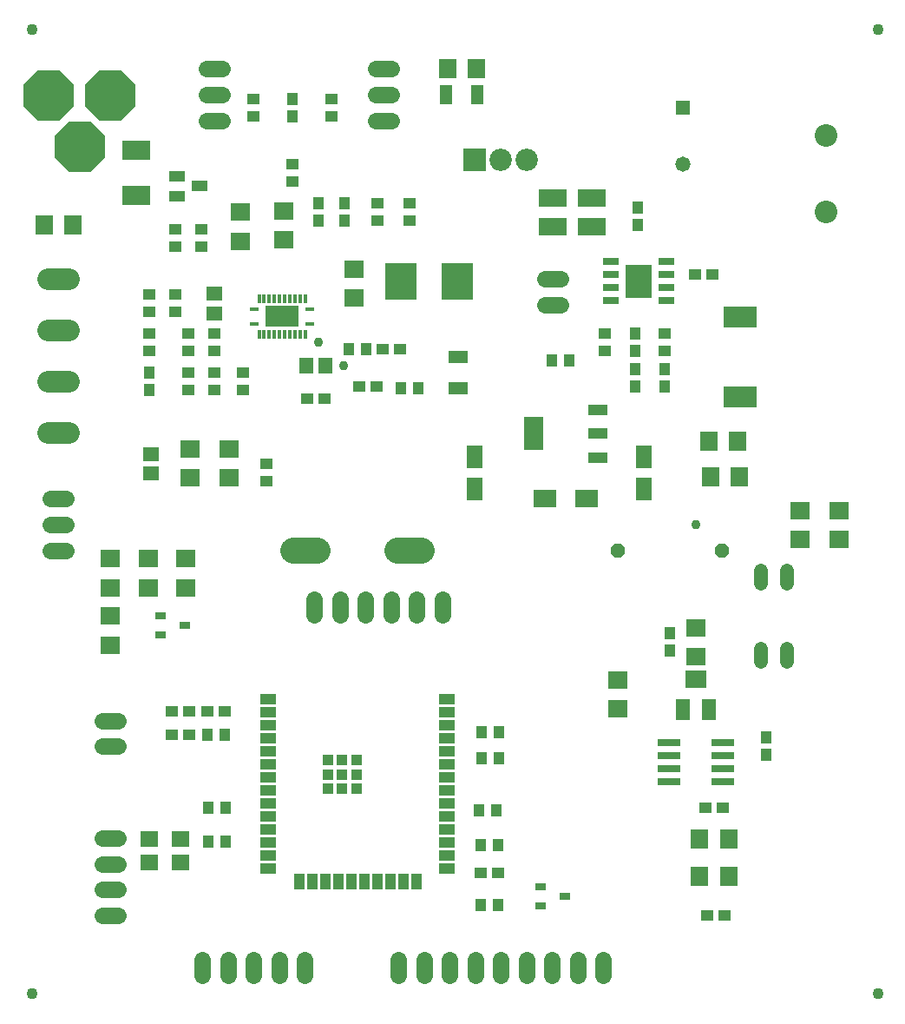
<source format=gbr>
G04 EAGLE Gerber RS-274X export*
G75*
%MOMM*%
%FSLAX34Y34*%
%LPD*%
%INSoldermask Top*%
%IPPOS*%
%AMOC8*
5,1,8,0,0,1.08239X$1,22.5*%
G01*
%ADD10C,1.101600*%
%ADD11C,1.320800*%
%ADD12R,2.301600X0.701600*%
%ADD13C,1.625600*%
%ADD14R,1.601600X1.001600*%
%ADD15R,1.001600X1.601600*%
%ADD16R,1.001600X1.001600*%
%ADD17R,1.101600X1.201600*%
%ADD18R,1.201600X1.101600*%
%ADD19R,0.951600X0.381600*%
%ADD20R,0.381600X0.951600*%
%ADD21R,3.201600X2.151600*%
%ADD22P,5.333585X8X112.500000*%
%ADD23R,2.801600X1.901600*%
%ADD24R,1.904600X1.701600*%
%ADD25R,1.901600X1.701600*%
%ADD26R,1.701600X1.901600*%
%ADD27R,1.501600X1.101600*%
%ADD28R,1.601600X1.401600*%
%ADD29R,3.051600X3.601600*%
%ADD30R,1.401600X1.601600*%
%ADD31P,1.429621X8X22.500000*%
%ADD32R,1.701600X1.904600*%
%ADD33C,2.501900*%
%ADD34C,2.201600*%
%ADD35R,1.473200X1.473200*%
%ADD36C,1.473200*%
%ADD37R,1.701600X1.501600*%
%ADD38R,2.801600X1.701600*%
%ADD39R,1.851600X1.051600*%
%ADD40R,1.851600X3.301600*%
%ADD41R,2.301600X1.651600*%
%ADD42R,1.501600X2.301600*%
%ADD43R,1.101600X0.801600*%
%ADD44R,2.186600X2.186600*%
%ADD45C,2.186600*%
%ADD46R,1.951600X1.301600*%
%ADD47R,1.301600X1.951600*%
%ADD48C,2.082800*%
%ADD49R,1.626600X0.751600*%
%ADD50R,2.501600X3.201600*%
%ADD51R,3.301600X2.101600*%
%ADD52R,1.401600X2.101600*%
%ADD53R,2.101600X1.701600*%
%ADD54C,0.926600*%


D10*
X12700Y990600D03*
X838200Y990600D03*
X838200Y50800D03*
X12700Y50800D03*
D11*
X749300Y451104D02*
X749300Y463296D01*
X749300Y387096D02*
X749300Y374904D01*
X723900Y374904D02*
X723900Y387096D01*
X723900Y451104D02*
X723900Y463296D01*
D12*
X634400Y283210D03*
X686400Y283210D03*
X634400Y295910D03*
X634400Y270510D03*
X634400Y257810D03*
X686400Y295910D03*
X686400Y270510D03*
X686400Y257810D03*
D13*
X45720Y482600D02*
X30480Y482600D01*
X30480Y508000D02*
X45720Y508000D01*
X45720Y533400D02*
X30480Y533400D01*
D14*
X242700Y338100D03*
X242700Y325400D03*
X242700Y312700D03*
X242700Y300000D03*
X242700Y287300D03*
X242700Y274600D03*
X242700Y261900D03*
X242700Y249200D03*
X242700Y236500D03*
X242700Y223800D03*
X242700Y211100D03*
X242700Y198400D03*
X242700Y185700D03*
X242700Y173000D03*
D15*
X273050Y160500D03*
X285750Y160500D03*
X298450Y160500D03*
X311150Y160500D03*
X323850Y160500D03*
X336550Y160500D03*
X349250Y160500D03*
X361950Y160500D03*
X374650Y160500D03*
X387350Y160500D03*
D14*
X417700Y173000D03*
X417700Y185700D03*
X417700Y198400D03*
X417700Y211100D03*
X417700Y223800D03*
X417700Y236500D03*
X417700Y249200D03*
X417700Y261900D03*
X417700Y274600D03*
X417700Y287300D03*
X417700Y300000D03*
X417700Y312700D03*
X417700Y325400D03*
X417700Y338100D03*
D16*
X315200Y264700D03*
X301200Y264700D03*
X329200Y264700D03*
X301200Y250700D03*
X315200Y250700D03*
X329200Y250700D03*
X329200Y278700D03*
X315200Y278700D03*
X301200Y278700D03*
D17*
X449970Y195580D03*
X466970Y195580D03*
X183270Y303530D03*
X200270Y303530D03*
D18*
X449970Y168910D03*
X466970Y168910D03*
X165980Y303530D03*
X148980Y303530D03*
X183270Y326390D03*
X200270Y326390D03*
X148980Y326390D03*
X165980Y326390D03*
D19*
X283790Y718700D03*
D20*
X279040Y728450D03*
X274040Y728450D03*
X269040Y728450D03*
X264040Y728450D03*
X259040Y728450D03*
X254040Y728450D03*
X249040Y728450D03*
X244040Y728450D03*
X239040Y728450D03*
X234040Y728450D03*
D19*
X229290Y718700D03*
X229290Y703700D03*
D20*
X234040Y693950D03*
X239040Y693950D03*
X244040Y693950D03*
X249040Y693950D03*
X254040Y693950D03*
X259040Y693950D03*
X264040Y693950D03*
X269040Y693950D03*
X274040Y693950D03*
X279040Y693950D03*
D19*
X283790Y703700D03*
D21*
X256540Y711200D03*
D22*
X58928Y876300D03*
X88900Y926338D03*
X28956Y926338D03*
D23*
X114300Y828900D03*
X114300Y872900D03*
D24*
X215900Y784610D03*
X215900Y813050D03*
D25*
X257810Y786100D03*
X257810Y814100D03*
D26*
X52100Y800100D03*
X24100Y800100D03*
D27*
X176100Y838200D03*
X154100Y828700D03*
X154100Y847700D03*
D18*
X152400Y778900D03*
X152400Y795900D03*
X177800Y795900D03*
X177800Y778900D03*
X304800Y905900D03*
X304800Y922900D03*
X266700Y842400D03*
X266700Y859400D03*
D17*
X266700Y922900D03*
X266700Y905900D03*
D18*
X228600Y905900D03*
X228600Y922900D03*
D17*
X317500Y804300D03*
X317500Y821300D03*
X292100Y821300D03*
X292100Y804300D03*
D25*
X326390Y756950D03*
X326390Y728950D03*
D18*
X381000Y821300D03*
X381000Y804300D03*
D17*
X372500Y641350D03*
X389500Y641350D03*
D18*
X348860Y642620D03*
X331860Y642620D03*
X281060Y631190D03*
X298060Y631190D03*
D25*
X204470Y581690D03*
X204470Y553690D03*
X166370Y581690D03*
X166370Y553690D03*
D28*
X128270Y577190D03*
X128270Y558190D03*
D29*
X372800Y745490D03*
X427300Y745490D03*
D18*
X371720Y679450D03*
X354720Y679450D03*
D17*
X321700Y679450D03*
X338700Y679450D03*
D26*
X445800Y952500D03*
X417800Y952500D03*
D28*
X190500Y733400D03*
X190500Y714400D03*
D18*
X165100Y677300D03*
X165100Y694300D03*
X190500Y677300D03*
X190500Y694300D03*
X190500Y656200D03*
X190500Y639200D03*
X218440Y639200D03*
X218440Y656200D03*
X165100Y639200D03*
X165100Y656200D03*
D30*
X280060Y662940D03*
X299060Y662940D03*
D17*
X127000Y656200D03*
X127000Y639200D03*
D18*
X127000Y694300D03*
X127000Y677300D03*
X127000Y732400D03*
X127000Y715400D03*
X152400Y715400D03*
X152400Y732400D03*
D17*
X728980Y283600D03*
X728980Y300600D03*
D24*
X162560Y446790D03*
X162560Y475230D03*
D31*
X584200Y482600D03*
X685800Y482600D03*
D32*
X692400Y201930D03*
X663960Y201930D03*
X663960Y165100D03*
X692400Y165100D03*
D18*
X670950Y127000D03*
X687950Y127000D03*
X686680Y232410D03*
X669680Y232410D03*
D24*
X660400Y407920D03*
X660400Y379480D03*
D33*
X291402Y482600D02*
X267399Y482600D01*
X368999Y482600D02*
X393002Y482600D01*
D34*
X787400Y812800D03*
X787400Y887800D03*
D35*
X647700Y914400D03*
D36*
X647700Y859536D03*
D17*
X184540Y232410D03*
X201540Y232410D03*
X184540Y199390D03*
X201540Y199390D03*
D37*
X157240Y201930D03*
X127240Y201930D03*
X157240Y179070D03*
X127240Y179070D03*
D17*
X466970Y137160D03*
X449970Y137160D03*
X448700Y229870D03*
X465700Y229870D03*
X451240Y306070D03*
X468240Y306070D03*
X451240Y280670D03*
X468240Y280670D03*
D38*
X520700Y826800D03*
X520700Y798800D03*
D17*
X603250Y800490D03*
X603250Y817490D03*
X536820Y668020D03*
X519820Y668020D03*
D39*
X564900Y573900D03*
X564900Y596900D03*
X564900Y619900D03*
D40*
X501900Y596900D03*
D41*
X553900Y533400D03*
X512900Y533400D03*
D42*
X609600Y574800D03*
X609600Y542800D03*
X444500Y574800D03*
X444500Y542800D03*
D24*
X800100Y522220D03*
X800100Y493780D03*
D43*
X137860Y419710D03*
X137860Y400710D03*
X161860Y410210D03*
X508700Y155550D03*
X508700Y136550D03*
X532700Y146050D03*
D24*
X584200Y357120D03*
X584200Y328680D03*
D18*
X241300Y567300D03*
X241300Y550300D03*
D13*
X198120Y901700D02*
X182880Y901700D01*
X182880Y927100D02*
X198120Y927100D01*
X198120Y952500D02*
X182880Y952500D01*
D44*
X444500Y863600D03*
D45*
X469900Y863600D03*
X495300Y863600D03*
D13*
X363220Y901700D02*
X347980Y901700D01*
X347980Y927100D02*
X363220Y927100D01*
X363220Y952500D02*
X347980Y952500D01*
D18*
X349250Y821300D03*
X349250Y804300D03*
D46*
X427990Y671590D03*
X427990Y641590D03*
D24*
X88900Y475230D03*
X88900Y446790D03*
X125730Y446790D03*
X125730Y475230D03*
X762000Y493780D03*
X762000Y522220D03*
X88900Y390910D03*
X88900Y419350D03*
D47*
X416800Y927100D03*
X446800Y927100D03*
D13*
X96520Y292300D02*
X81280Y292300D01*
X81280Y317300D02*
X96520Y317300D01*
X394900Y83820D02*
X394900Y68580D01*
X419900Y68580D02*
X419900Y83820D01*
X519900Y83820D02*
X519900Y68580D01*
X444900Y68580D02*
X444900Y83820D01*
X469900Y83820D02*
X469900Y68580D01*
X494900Y68580D02*
X494900Y83820D01*
X544900Y83820D02*
X544900Y68580D01*
X569900Y68580D02*
X569900Y83820D01*
X369900Y83820D02*
X369900Y68580D01*
X96520Y152600D02*
X81280Y152600D01*
X81280Y127600D02*
X96520Y127600D01*
X96520Y177600D02*
X81280Y177600D01*
X81280Y202600D02*
X96520Y202600D01*
X228600Y83820D02*
X228600Y68580D01*
X178600Y68580D02*
X178600Y83820D01*
X203600Y83820D02*
X203600Y68580D01*
X253600Y68580D02*
X253600Y83820D01*
X278600Y83820D02*
X278600Y68580D01*
X338020Y420370D02*
X338020Y435610D01*
X413020Y435610D02*
X413020Y420370D01*
X388020Y420370D02*
X388020Y435610D01*
X363020Y435610D02*
X363020Y420370D01*
X313020Y420370D02*
X313020Y435610D01*
X288020Y435610D02*
X288020Y420370D01*
D48*
X48006Y748284D02*
X28194Y748284D01*
X28194Y697992D02*
X48006Y697992D01*
X48006Y648208D02*
X28194Y648208D01*
X28194Y597916D02*
X48006Y597916D01*
D49*
X577400Y764540D03*
X577400Y751840D03*
X577400Y739140D03*
X577400Y726440D03*
X631640Y726440D03*
X631640Y739140D03*
X631640Y751840D03*
X631640Y764540D03*
D50*
X604520Y745490D03*
D38*
X558800Y826800D03*
X558800Y798800D03*
D13*
X528320Y747830D02*
X513080Y747830D01*
X513080Y722830D02*
X528320Y722830D01*
D18*
X659520Y751840D03*
X676520Y751840D03*
X629920Y677300D03*
X629920Y694300D03*
X571500Y694300D03*
X571500Y677300D03*
D17*
X600710Y694300D03*
X600710Y677300D03*
X629920Y660010D03*
X629920Y643010D03*
X600710Y660010D03*
X600710Y643010D03*
D26*
X701070Y589280D03*
X673070Y589280D03*
X702340Y554990D03*
X674340Y554990D03*
D51*
X703580Y710830D03*
X703580Y632830D03*
D52*
X647900Y328400D03*
D53*
X660400Y357400D03*
D52*
X672900Y328400D03*
D17*
X635000Y402200D03*
X635000Y385200D03*
D54*
X316230Y662940D03*
X292100Y685800D03*
X660400Y508000D03*
M02*

</source>
